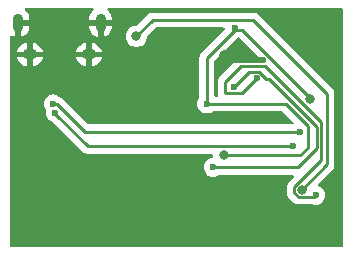
<source format=gbr>
%TF.GenerationSoftware,KiCad,Pcbnew,8.0.6*%
%TF.CreationDate,2025-02-20T11:34:01+01:00*%
%TF.ProjectId,wled usermod,776c6564-2075-4736-9572-6d6f642e6b69,rev?*%
%TF.SameCoordinates,Original*%
%TF.FileFunction,Copper,L2,Bot*%
%TF.FilePolarity,Positive*%
%FSLAX46Y46*%
G04 Gerber Fmt 4.6, Leading zero omitted, Abs format (unit mm)*
G04 Created by KiCad (PCBNEW 8.0.6) date 2025-02-20 11:34:01*
%MOMM*%
%LPD*%
G01*
G04 APERTURE LIST*
%TA.AperFunction,ComponentPad*%
%ADD10O,0.890000X1.550000*%
%TD*%
%TA.AperFunction,ComponentPad*%
%ADD11O,1.250000X0.950000*%
%TD*%
%TA.AperFunction,ViaPad*%
%ADD12C,0.800000*%
%TD*%
%TA.AperFunction,ViaPad*%
%ADD13C,0.600000*%
%TD*%
%TA.AperFunction,Conductor*%
%ADD14C,0.250000*%
%TD*%
%TA.AperFunction,Conductor*%
%ADD15C,0.500000*%
%TD*%
%ADD16C,0.350000*%
%ADD17C,0.300000*%
%ADD18O,0.500000X1.150000*%
%ADD19O,0.850000X0.550000*%
G04 APERTURE END LIST*
D10*
%TO.P,J1,6,Shield*%
%TO.N,GND*%
X143970000Y-91840000D03*
D11*
X142970000Y-94540000D03*
X137970000Y-94540000D03*
D10*
X136970000Y-91840000D03*
%TD*%
D12*
%TO.N,GND*%
X145000000Y-99000000D03*
X156410000Y-105790000D03*
X154442861Y-94585754D03*
X155600000Y-110190000D03*
D13*
X152990000Y-99910000D03*
D12*
X150000000Y-97000000D03*
D13*
X157690000Y-94980000D03*
D12*
X138180000Y-105180000D03*
X145830000Y-106430000D03*
D13*
X157810000Y-99840000D03*
D12*
%TO.N,3V3*%
X154380000Y-103070000D03*
D13*
X152960000Y-98730000D03*
X155332500Y-92280000D03*
D12*
X161700000Y-98300000D03*
%TO.N,5V*%
X147000000Y-93000000D03*
X161000000Y-106000000D03*
D13*
%TO.N,LEDDATA*%
X153500000Y-104090000D03*
X155260000Y-97270000D03*
%TO.N,D-*%
X140120000Y-99490000D03*
X160260000Y-102320000D03*
%TO.N,D+*%
X139970000Y-98730000D03*
X160875000Y-101080000D03*
%TO.N,PWM*%
X157200000Y-96515000D03*
X162190000Y-106460000D03*
%TD*%
D14*
%TO.N,GND*%
X156410000Y-109380000D02*
X155600000Y-110190000D01*
D15*
X154837107Y-94980000D02*
X157690000Y-94980000D01*
X154442861Y-94585754D02*
X154837107Y-94980000D01*
D14*
X156410000Y-105790000D02*
X156410000Y-109380000D01*
%TO.N,3V3*%
X155920000Y-92440000D02*
X155340000Y-92440000D01*
X154380000Y-103070000D02*
X160850000Y-103070000D01*
X161500000Y-102420000D02*
X161500000Y-100570000D01*
X161700000Y-98300000D02*
X161700000Y-98220000D01*
X159660000Y-98730000D02*
X152960000Y-98730000D01*
X161500000Y-100570000D02*
X159660000Y-98730000D01*
X155340000Y-92440000D02*
X152960000Y-94820000D01*
X152960000Y-94820000D02*
X152960000Y-98730000D01*
X161700000Y-98220000D02*
X155920000Y-92440000D01*
X160850000Y-103070000D02*
X161500000Y-102420000D01*
%TO.N,5V*%
X161000000Y-106000000D02*
X163145018Y-103854982D01*
X156915000Y-91620000D02*
X148380000Y-91620000D01*
X163145018Y-103854982D02*
X163145018Y-97850018D01*
X163145018Y-97850018D02*
X156915000Y-91620000D01*
X148380000Y-91620000D02*
X147000000Y-93000000D01*
%TO.N,LEDDATA*%
X155260000Y-97270000D02*
X156530000Y-96000000D01*
X158003320Y-96590000D02*
X158260000Y-96590000D01*
X160680000Y-104090000D02*
X153500000Y-104090000D01*
X162310000Y-102460000D02*
X160680000Y-104090000D01*
X158260000Y-96590000D02*
X162310000Y-100640000D01*
X157413320Y-96000000D02*
X158003320Y-96590000D01*
X162310000Y-100640000D02*
X162310000Y-102460000D01*
X156530000Y-96000000D02*
X157413320Y-96000000D01*
%TO.N,D-*%
X140120000Y-99490000D02*
X140120000Y-99546471D01*
X140120000Y-99546471D02*
X142893529Y-102320000D01*
X142893529Y-102320000D02*
X160260000Y-102320000D01*
%TO.N,D+*%
X139970000Y-98730000D02*
X140270000Y-98730000D01*
X140270000Y-98730000D02*
X142620000Y-101080000D01*
X142620000Y-101080000D02*
X160875000Y-101080000D01*
%TO.N,PWM*%
X157908320Y-95500000D02*
X155870000Y-95500000D01*
X160385000Y-106265000D02*
X160385000Y-105735000D01*
X162190000Y-106460000D02*
X162035000Y-106615000D01*
X155925000Y-97790000D02*
X157200000Y-96515000D01*
X154530000Y-97790000D02*
X155925000Y-97790000D01*
X162035000Y-106615000D02*
X160735000Y-106615000D01*
X155870000Y-95500000D02*
X154530000Y-96840000D01*
X162660000Y-100251680D02*
X157908320Y-95500000D01*
X160385000Y-105735000D02*
X162660000Y-103460000D01*
X154530000Y-96840000D02*
X154530000Y-97790000D01*
X162660000Y-103460000D02*
X162660000Y-100251680D01*
X160735000Y-106615000D02*
X160385000Y-106265000D01*
%TD*%
%TA.AperFunction,Conductor*%
%TO.N,GND*%
G36*
X155673334Y-93093770D02*
G01*
X155717681Y-93122271D01*
X157258229Y-94662819D01*
X157291714Y-94724142D01*
X157286730Y-94793834D01*
X157244858Y-94849767D01*
X157179394Y-94874184D01*
X157170548Y-94874500D01*
X155808389Y-94874500D01*
X155747971Y-94886518D01*
X155704743Y-94895116D01*
X155687546Y-94898537D01*
X155573716Y-94945687D01*
X155573707Y-94945692D01*
X155471268Y-95014140D01*
X155442638Y-95042771D01*
X155384142Y-95101267D01*
X155384139Y-95101270D01*
X154131270Y-96354139D01*
X154131267Y-96354142D01*
X154087704Y-96397704D01*
X154044142Y-96441266D01*
X154014347Y-96485858D01*
X154014346Y-96485857D01*
X153975688Y-96543713D01*
X153975684Y-96543721D01*
X153962064Y-96576606D01*
X153962063Y-96576608D01*
X153931001Y-96651600D01*
X153930999Y-96651607D01*
X153928537Y-96657549D01*
X153928536Y-96657550D01*
X153906621Y-96767733D01*
X153904500Y-96778396D01*
X153904500Y-97851610D01*
X153925326Y-97956309D01*
X153919099Y-98025901D01*
X153876236Y-98081078D01*
X153810346Y-98104322D01*
X153803709Y-98104500D01*
X153709500Y-98104500D01*
X153642461Y-98084815D01*
X153596706Y-98032011D01*
X153585500Y-97980500D01*
X153585500Y-95130452D01*
X153605185Y-95063413D01*
X153621819Y-95042771D01*
X155542319Y-93122271D01*
X155603642Y-93088786D01*
X155673334Y-93093770D01*
G37*
%TD.AperFunction*%
%TA.AperFunction,Conductor*%
G36*
X143330745Y-90600185D02*
G01*
X143376500Y-90652989D01*
X143386444Y-90722147D01*
X143357419Y-90785703D01*
X143351387Y-90792181D01*
X143235973Y-90907594D01*
X143235970Y-90907598D01*
X143132555Y-91062368D01*
X143132550Y-91062377D01*
X143061316Y-91234353D01*
X143061314Y-91234361D01*
X143025000Y-91416921D01*
X143025000Y-91590000D01*
X143720000Y-91590000D01*
X143720000Y-92090000D01*
X143025000Y-92090000D01*
X143025000Y-92263078D01*
X143061314Y-92445638D01*
X143061316Y-92445646D01*
X143132550Y-92617622D01*
X143132555Y-92617631D01*
X143235970Y-92772401D01*
X143235973Y-92772405D01*
X143367594Y-92904026D01*
X143367598Y-92904029D01*
X143522368Y-93007444D01*
X143522381Y-93007451D01*
X143694350Y-93078682D01*
X143694355Y-93078683D01*
X143720000Y-93083784D01*
X143720000Y-92214728D01*
X143758060Y-92306614D01*
X143828386Y-92376940D01*
X143920272Y-92415000D01*
X144019728Y-92415000D01*
X144111614Y-92376940D01*
X144181940Y-92306614D01*
X144220000Y-92214728D01*
X144220000Y-93083783D01*
X144245644Y-93078683D01*
X144245649Y-93078682D01*
X144417618Y-93007451D01*
X144417631Y-93007444D01*
X144572401Y-92904029D01*
X144572405Y-92904026D01*
X144704026Y-92772405D01*
X144704029Y-92772401D01*
X144807444Y-92617631D01*
X144807449Y-92617622D01*
X144878683Y-92445646D01*
X144878685Y-92445638D01*
X144914999Y-92263078D01*
X144915000Y-92263076D01*
X144915000Y-92090000D01*
X144220000Y-92090000D01*
X144220000Y-91590000D01*
X144915000Y-91590000D01*
X144915000Y-91416923D01*
X144914999Y-91416921D01*
X144878685Y-91234361D01*
X144878683Y-91234353D01*
X144807449Y-91062377D01*
X144807444Y-91062368D01*
X144704029Y-90907598D01*
X144704026Y-90907594D01*
X144588613Y-90792181D01*
X144555128Y-90730858D01*
X144560112Y-90661166D01*
X144601984Y-90605233D01*
X144667448Y-90580816D01*
X144676294Y-90580500D01*
X164335500Y-90580500D01*
X164402539Y-90600185D01*
X164448294Y-90652989D01*
X164459500Y-90704500D01*
X164459500Y-110755500D01*
X164439815Y-110822539D01*
X164387011Y-110868294D01*
X164335500Y-110879500D01*
X136414500Y-110879500D01*
X136347461Y-110859815D01*
X136301706Y-110807011D01*
X136290500Y-110755500D01*
X136290500Y-98729996D01*
X139164435Y-98729996D01*
X139164435Y-98730003D01*
X139184630Y-98909249D01*
X139184631Y-98909254D01*
X139244211Y-99079523D01*
X139322486Y-99204097D01*
X139341486Y-99271334D01*
X139335789Y-99303869D01*
X139336181Y-99303959D01*
X139334630Y-99310751D01*
X139314435Y-99489996D01*
X139314435Y-99490003D01*
X139334630Y-99669249D01*
X139334631Y-99669254D01*
X139394211Y-99839523D01*
X139490184Y-99992262D01*
X139617738Y-100119816D01*
X139770478Y-100215789D01*
X139947318Y-100277668D01*
X139946516Y-100279958D01*
X139996535Y-100307596D01*
X142407670Y-102718732D01*
X142407671Y-102718733D01*
X142494796Y-102805858D01*
X142494797Y-102805859D01*
X142597236Y-102874307D01*
X142597242Y-102874310D01*
X142597243Y-102874311D01*
X142711077Y-102921463D01*
X142740744Y-102927363D01*
X142767509Y-102932688D01*
X142767529Y-102932691D01*
X142767551Y-102932696D01*
X142831920Y-102945499D01*
X142831921Y-102945500D01*
X142831922Y-102945500D01*
X142831923Y-102945500D01*
X153350540Y-102945500D01*
X153417579Y-102965185D01*
X153463334Y-103017989D01*
X153473256Y-103063600D01*
X153473861Y-103063537D01*
X153474438Y-103069034D01*
X153474540Y-103069500D01*
X153474540Y-103069997D01*
X153484247Y-103162358D01*
X153471677Y-103231088D01*
X153423945Y-103282111D01*
X153374811Y-103298539D01*
X153320749Y-103304630D01*
X153320745Y-103304631D01*
X153150476Y-103364211D01*
X152997737Y-103460184D01*
X152870184Y-103587737D01*
X152774211Y-103740476D01*
X152714631Y-103910745D01*
X152714630Y-103910750D01*
X152694435Y-104089996D01*
X152694435Y-104090003D01*
X152714630Y-104269249D01*
X152714631Y-104269254D01*
X152774211Y-104439523D01*
X152870184Y-104592262D01*
X152997738Y-104719816D01*
X153021117Y-104734506D01*
X153106234Y-104787989D01*
X153150478Y-104815789D01*
X153320745Y-104875368D01*
X153320750Y-104875369D01*
X153499996Y-104895565D01*
X153500000Y-104895565D01*
X153500004Y-104895565D01*
X153679249Y-104875369D01*
X153679252Y-104875368D01*
X153679255Y-104875368D01*
X153849522Y-104815789D01*
X153978883Y-104734505D01*
X154044855Y-104715500D01*
X160220548Y-104715500D01*
X160287587Y-104735185D01*
X160333342Y-104787989D01*
X160343286Y-104857147D01*
X160314261Y-104920703D01*
X160308229Y-104927181D01*
X159986270Y-105249139D01*
X159899144Y-105336264D01*
X159899138Y-105336272D01*
X159830692Y-105438705D01*
X159830684Y-105438719D01*
X159807872Y-105493796D01*
X159797347Y-105519207D01*
X159783537Y-105552548D01*
X159783535Y-105552554D01*
X159771517Y-105612968D01*
X159771518Y-105612969D01*
X159761462Y-105663530D01*
X159759500Y-105673394D01*
X159759500Y-106326607D01*
X159766241Y-106360494D01*
X159766242Y-106360501D01*
X159773845Y-106398730D01*
X159783535Y-106447444D01*
X159783536Y-106447446D01*
X159783537Y-106447451D01*
X159830688Y-106561286D01*
X159830689Y-106561287D01*
X159857532Y-106601461D01*
X159857534Y-106601463D01*
X159899141Y-106663732D01*
X159899144Y-106663736D01*
X159990586Y-106755178D01*
X159990608Y-106755198D01*
X160246016Y-107010606D01*
X160246045Y-107010637D01*
X160336264Y-107100856D01*
X160336267Y-107100858D01*
X160413190Y-107152256D01*
X160438710Y-107169309D01*
X160438712Y-107169310D01*
X160438715Y-107169312D01*
X160505396Y-107196931D01*
X160505398Y-107196933D01*
X160535129Y-107209247D01*
X160552548Y-107216463D01*
X160673394Y-107240500D01*
X161973393Y-107240500D01*
X161975763Y-107240500D01*
X162003629Y-107245236D01*
X162003953Y-107243818D01*
X162010743Y-107245367D01*
X162010745Y-107245368D01*
X162010746Y-107245368D01*
X162010750Y-107245369D01*
X162189996Y-107265565D01*
X162190000Y-107265565D01*
X162190004Y-107265565D01*
X162369249Y-107245369D01*
X162369252Y-107245368D01*
X162369255Y-107245368D01*
X162539522Y-107185789D01*
X162692262Y-107089816D01*
X162819816Y-106962262D01*
X162915789Y-106809522D01*
X162975368Y-106639255D01*
X162979626Y-106601463D01*
X162995565Y-106460003D01*
X162995565Y-106459996D01*
X162975369Y-106280750D01*
X162975368Y-106280745D01*
X162915788Y-106110476D01*
X162819815Y-105957737D01*
X162692262Y-105830184D01*
X162539521Y-105734210D01*
X162437520Y-105698519D01*
X162380744Y-105657797D01*
X162354996Y-105592845D01*
X162368452Y-105524283D01*
X162390789Y-105493800D01*
X163630876Y-104253715D01*
X163699330Y-104151267D01*
X163746481Y-104037433D01*
X163770519Y-103916588D01*
X163770519Y-103793375D01*
X163770519Y-103788265D01*
X163770518Y-103788239D01*
X163770518Y-97788411D01*
X163770517Y-97788407D01*
X163746482Y-97667573D01*
X163746481Y-97667566D01*
X163707941Y-97574523D01*
X163699330Y-97553733D01*
X163699328Y-97553728D01*
X163659227Y-97493715D01*
X163659227Y-97493714D01*
X163659224Y-97493712D01*
X163630876Y-97451285D01*
X163630875Y-97451284D01*
X163630873Y-97451281D01*
X163540655Y-97361063D01*
X163540624Y-97361034D01*
X157405198Y-91225608D01*
X157405178Y-91225586D01*
X157313733Y-91134141D01*
X157262509Y-91099915D01*
X157211287Y-91065689D01*
X157211286Y-91065688D01*
X157211283Y-91065686D01*
X157211280Y-91065685D01*
X157130792Y-91032347D01*
X157097453Y-91018537D01*
X157087427Y-91016543D01*
X157037029Y-91006518D01*
X156976610Y-90994500D01*
X156976607Y-90994500D01*
X156976606Y-90994500D01*
X148318394Y-90994500D01*
X148318389Y-90994500D01*
X148197553Y-91018535D01*
X148197541Y-91018539D01*
X148165262Y-91031909D01*
X148150397Y-91038067D01*
X148083719Y-91065685D01*
X148083717Y-91065686D01*
X147981266Y-91134141D01*
X147981263Y-91134144D01*
X147052229Y-92063181D01*
X146990906Y-92096666D01*
X146964548Y-92099500D01*
X146905354Y-92099500D01*
X146872897Y-92106398D01*
X146720197Y-92138855D01*
X146720192Y-92138857D01*
X146547270Y-92215848D01*
X146547265Y-92215851D01*
X146394129Y-92327111D01*
X146267466Y-92467785D01*
X146172821Y-92631715D01*
X146172818Y-92631722D01*
X146127109Y-92772401D01*
X146114326Y-92811744D01*
X146094540Y-93000000D01*
X146114326Y-93188256D01*
X146114327Y-93188259D01*
X146172818Y-93368277D01*
X146172821Y-93368284D01*
X146267467Y-93532216D01*
X146394129Y-93672888D01*
X146547265Y-93784148D01*
X146547270Y-93784151D01*
X146720192Y-93861142D01*
X146720197Y-93861144D01*
X146905354Y-93900500D01*
X146905355Y-93900500D01*
X147094644Y-93900500D01*
X147094646Y-93900500D01*
X147279803Y-93861144D01*
X147452730Y-93784151D01*
X147605871Y-93672888D01*
X147732533Y-93532216D01*
X147827179Y-93368284D01*
X147885674Y-93188256D01*
X147903321Y-93020344D01*
X147929904Y-92955734D01*
X147938950Y-92945639D01*
X148602772Y-92281819D01*
X148664095Y-92248334D01*
X148690453Y-92245500D01*
X154350547Y-92245500D01*
X154417586Y-92265185D01*
X154463341Y-92317989D01*
X154473285Y-92387147D01*
X154444260Y-92450703D01*
X154438228Y-92457181D01*
X152474144Y-94421264D01*
X152474138Y-94421272D01*
X152405692Y-94523705D01*
X152405684Y-94523719D01*
X152376284Y-94594701D01*
X152372347Y-94604207D01*
X152366823Y-94617543D01*
X152358537Y-94637545D01*
X152358535Y-94637553D01*
X152334500Y-94758389D01*
X152334500Y-98185145D01*
X152315494Y-98251117D01*
X152234211Y-98380476D01*
X152174631Y-98550745D01*
X152174630Y-98550750D01*
X152154435Y-98729996D01*
X152154435Y-98730003D01*
X152174630Y-98909249D01*
X152174631Y-98909254D01*
X152234211Y-99079523D01*
X152312487Y-99204097D01*
X152330184Y-99232262D01*
X152457738Y-99359816D01*
X152610478Y-99455789D01*
X152708256Y-99490003D01*
X152780745Y-99515368D01*
X152780750Y-99515369D01*
X152959996Y-99535565D01*
X152960000Y-99535565D01*
X152960004Y-99535565D01*
X153139249Y-99515369D01*
X153139252Y-99515368D01*
X153139255Y-99515368D01*
X153309522Y-99455789D01*
X153438883Y-99374505D01*
X153504855Y-99355500D01*
X159349548Y-99355500D01*
X159416587Y-99375185D01*
X159437229Y-99391819D01*
X160288229Y-100242819D01*
X160321714Y-100304142D01*
X160316730Y-100373834D01*
X160274858Y-100429767D01*
X160209394Y-100454184D01*
X160200548Y-100454500D01*
X142930452Y-100454500D01*
X142863413Y-100434815D01*
X142842771Y-100418181D01*
X140760198Y-98335608D01*
X140760178Y-98335586D01*
X140668733Y-98244141D01*
X140617509Y-98209915D01*
X140617508Y-98209914D01*
X140566294Y-98175693D01*
X140566291Y-98175691D01*
X140566286Y-98175688D01*
X140557455Y-98172030D01*
X140517229Y-98145151D01*
X140472262Y-98100184D01*
X140319523Y-98004211D01*
X140149254Y-97944631D01*
X140149249Y-97944630D01*
X139970004Y-97924435D01*
X139969996Y-97924435D01*
X139790750Y-97944630D01*
X139790745Y-97944631D01*
X139620476Y-98004211D01*
X139467737Y-98100184D01*
X139340184Y-98227737D01*
X139244211Y-98380476D01*
X139184631Y-98550745D01*
X139184630Y-98550750D01*
X139164435Y-98729996D01*
X136290500Y-98729996D01*
X136290500Y-94290000D01*
X136875626Y-94290000D01*
X137704943Y-94290000D01*
X137664225Y-94306866D01*
X137586866Y-94384225D01*
X137545000Y-94485299D01*
X137545000Y-94594701D01*
X137586866Y-94695775D01*
X137664225Y-94773134D01*
X137704943Y-94790000D01*
X136875626Y-94790000D01*
X136882466Y-94824389D01*
X136882468Y-94824397D01*
X136955964Y-95001833D01*
X136955969Y-95001842D01*
X137062667Y-95161526D01*
X137062670Y-95161530D01*
X137198469Y-95297329D01*
X137198473Y-95297332D01*
X137358157Y-95404030D01*
X137358166Y-95404035D01*
X137535602Y-95477531D01*
X137535610Y-95477533D01*
X137719999Y-95514210D01*
X137720000Y-95514210D01*
X137720000Y-94796236D01*
X137765299Y-94815000D01*
X138174701Y-94815000D01*
X138220000Y-94796236D01*
X138220000Y-95514210D01*
X138404389Y-95477533D01*
X138404397Y-95477531D01*
X138581833Y-95404035D01*
X138581842Y-95404030D01*
X138741526Y-95297332D01*
X138741530Y-95297329D01*
X138877329Y-95161530D01*
X138877332Y-95161526D01*
X138984030Y-95001842D01*
X138984035Y-95001833D01*
X139057531Y-94824397D01*
X139057533Y-94824389D01*
X139064374Y-94790000D01*
X138235057Y-94790000D01*
X138275775Y-94773134D01*
X138353134Y-94695775D01*
X138395000Y-94594701D01*
X138395000Y-94485299D01*
X138353134Y-94384225D01*
X138275775Y-94306866D01*
X138235057Y-94290000D01*
X139064374Y-94290000D01*
X141875626Y-94290000D01*
X142704943Y-94290000D01*
X142664225Y-94306866D01*
X142586866Y-94384225D01*
X142545000Y-94485299D01*
X142545000Y-94594701D01*
X142586866Y-94695775D01*
X142664225Y-94773134D01*
X142704943Y-94790000D01*
X141875626Y-94790000D01*
X141882466Y-94824389D01*
X141882468Y-94824397D01*
X141955964Y-95001833D01*
X141955969Y-95001842D01*
X142062667Y-95161526D01*
X142062670Y-95161530D01*
X142198469Y-95297329D01*
X142198473Y-95297332D01*
X142358157Y-95404030D01*
X142358166Y-95404035D01*
X142535602Y-95477531D01*
X142535610Y-95477533D01*
X142719999Y-95514210D01*
X142720000Y-95514210D01*
X142720000Y-94796236D01*
X142765299Y-94815000D01*
X143174701Y-94815000D01*
X143220000Y-94796236D01*
X143220000Y-95514210D01*
X143404389Y-95477533D01*
X143404397Y-95477531D01*
X143581833Y-95404035D01*
X143581842Y-95404030D01*
X143741526Y-95297332D01*
X143741530Y-95297329D01*
X143877329Y-95161530D01*
X143877332Y-95161526D01*
X143984030Y-95001842D01*
X143984035Y-95001833D01*
X144057531Y-94824397D01*
X144057533Y-94824389D01*
X144064374Y-94790000D01*
X143235057Y-94790000D01*
X143275775Y-94773134D01*
X143353134Y-94695775D01*
X143395000Y-94594701D01*
X143395000Y-94485299D01*
X143353134Y-94384225D01*
X143275775Y-94306866D01*
X143235057Y-94290000D01*
X144064374Y-94290000D01*
X144057533Y-94255610D01*
X144057531Y-94255602D01*
X143984035Y-94078166D01*
X143984030Y-94078157D01*
X143877332Y-93918473D01*
X143877329Y-93918469D01*
X143741530Y-93782670D01*
X143741526Y-93782667D01*
X143581842Y-93675969D01*
X143581833Y-93675964D01*
X143404397Y-93602468D01*
X143404389Y-93602466D01*
X143220000Y-93565788D01*
X143220000Y-94283763D01*
X143174701Y-94265000D01*
X142765299Y-94265000D01*
X142720000Y-94283763D01*
X142720000Y-93565789D01*
X142719999Y-93565788D01*
X142535610Y-93602466D01*
X142535602Y-93602468D01*
X142358166Y-93675964D01*
X142358157Y-93675969D01*
X142198473Y-93782667D01*
X142198469Y-93782670D01*
X142062670Y-93918469D01*
X142062667Y-93918473D01*
X141955969Y-94078157D01*
X141955964Y-94078166D01*
X141882468Y-94255602D01*
X141882466Y-94255610D01*
X141875626Y-94290000D01*
X139064374Y-94290000D01*
X139057533Y-94255610D01*
X139057531Y-94255602D01*
X138984035Y-94078166D01*
X138984030Y-94078157D01*
X138877332Y-93918473D01*
X138877329Y-93918469D01*
X138741530Y-93782670D01*
X138741526Y-93782667D01*
X138581842Y-93675969D01*
X138581833Y-93675964D01*
X138404397Y-93602468D01*
X138404389Y-93602466D01*
X138220000Y-93565788D01*
X138220000Y-94283763D01*
X138174701Y-94265000D01*
X137765299Y-94265000D01*
X137720000Y-94283763D01*
X137720000Y-93565789D01*
X137719999Y-93565788D01*
X137535610Y-93602466D01*
X137535602Y-93602468D01*
X137358166Y-93675964D01*
X137358157Y-93675969D01*
X137198473Y-93782667D01*
X137198469Y-93782670D01*
X137062670Y-93918469D01*
X137062667Y-93918473D01*
X136955969Y-94078157D01*
X136955964Y-94078166D01*
X136882468Y-94255602D01*
X136882466Y-94255610D01*
X136875626Y-94290000D01*
X136290500Y-94290000D01*
X136290500Y-93084502D01*
X136310185Y-93017463D01*
X136362989Y-92971708D01*
X136432147Y-92961764D01*
X136483391Y-92981400D01*
X136522369Y-93007444D01*
X136522381Y-93007451D01*
X136694350Y-93078682D01*
X136694355Y-93078683D01*
X136720000Y-93083784D01*
X136720000Y-92214728D01*
X136758060Y-92306614D01*
X136828386Y-92376940D01*
X136920272Y-92415000D01*
X137019728Y-92415000D01*
X137111614Y-92376940D01*
X137181940Y-92306614D01*
X137220000Y-92214728D01*
X137220000Y-93083783D01*
X137245644Y-93078683D01*
X137245649Y-93078682D01*
X137417618Y-93007451D01*
X137417631Y-93007444D01*
X137572401Y-92904029D01*
X137572405Y-92904026D01*
X137704026Y-92772405D01*
X137704029Y-92772401D01*
X137807444Y-92617631D01*
X137807449Y-92617622D01*
X137878683Y-92445646D01*
X137878685Y-92445638D01*
X137914999Y-92263078D01*
X137915000Y-92263076D01*
X137915000Y-92090000D01*
X137220000Y-92090000D01*
X137220000Y-91590000D01*
X137915000Y-91590000D01*
X137915000Y-91416923D01*
X137914999Y-91416921D01*
X137878685Y-91234361D01*
X137878683Y-91234353D01*
X137807449Y-91062377D01*
X137807444Y-91062368D01*
X137704029Y-90907598D01*
X137704026Y-90907594D01*
X137588613Y-90792181D01*
X137555128Y-90730858D01*
X137560112Y-90661166D01*
X137601984Y-90605233D01*
X137667448Y-90580816D01*
X137676294Y-90580500D01*
X143263706Y-90580500D01*
X143330745Y-90600185D01*
G37*
%TD.AperFunction*%
%TD*%
D16*
X145000000Y-99000000D03*
X156410000Y-105790000D03*
X154442861Y-94585754D03*
X155600000Y-110190000D03*
D17*
X152990000Y-99910000D03*
D16*
X150000000Y-97000000D03*
D17*
X157690000Y-94980000D03*
D16*
X138180000Y-105180000D03*
X145830000Y-106430000D03*
D17*
X157810000Y-99840000D03*
D16*
X154380000Y-103070000D03*
D17*
X152960000Y-98730000D03*
X155332500Y-92280000D03*
D16*
X161700000Y-98300000D03*
X147000000Y-93000000D03*
X161000000Y-106000000D03*
D17*
X153500000Y-104090000D03*
X155260000Y-97270000D03*
X140120000Y-99490000D03*
X160260000Y-102320000D03*
X139970000Y-98730000D03*
X160875000Y-101080000D03*
X157200000Y-96515000D03*
X162190000Y-106460000D03*
D18*
X143970000Y-91840000D03*
D19*
X142970000Y-94540000D03*
X137970000Y-94540000D03*
D18*
X136970000Y-91840000D03*
M02*

</source>
